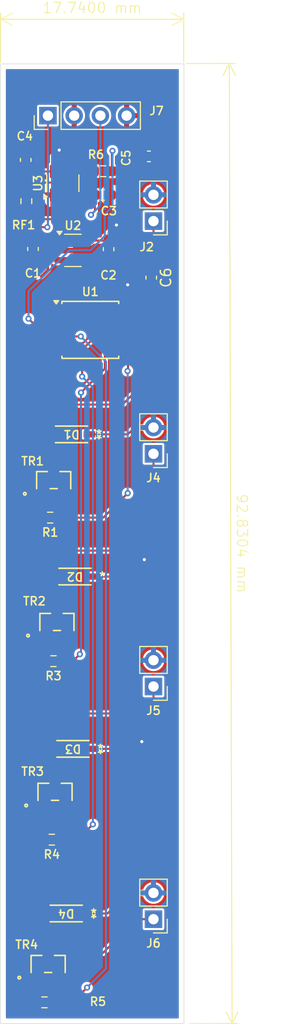
<source format=kicad_pcb>
(kicad_pcb (version 20240108) (generator "pcbnew") (generator_version "8.0")
  (layers (0 "F.Cu" signal) (31 "B.Cu" signal) (34 "B.Paste" user) (35 "F.Paste" user) (36 "B.SilkS" user "B.Silkscreen") (37 "F.SilkS" user "F.Silkscreen") (38 "B.Mask" user) (39 "F.Mask" user) (44 "Edge.Cuts" user))
  (net 0 "")
  (net 1 "GND")
  (net 2 "Vcc")
  (net 3 "BPW34")
  (net 4 "M1")
  (net 5 "Net-(U1-AREF{slash}PB0)")
  (net 6 "Net-(U1-PB1)")
  (net 7 "M2")
  (net 8 "M3")
  (net 9 "Net-(U1-PB2)")
  (net 10 "M4")
  (net 11 "Net-(U1-XTAL2{slash}PB4)")
  (net 12 "unconnected-(U1-~{RESET}{slash}PB5-Pad1)")
  (net 13 "Net-(D1-A)")
  (net 14 "Net-(D2-A)")
  (net 15 "Net-(D3-A)")
  (net 16 "Net-(D4-A)")
  (net 18 "VDD_3.3V")
  (net 19 "BPW34_OUT")
  (net 20 "Net-(R6-Pad1)")
  (footprint "Resistor_SMD:R_0603_1608Metric_Pad0.98x0.95mm_HandSolder" (layer "F.Cu") (at 108.4425 135.54 180)
    (property "Reference" "R5" (at -5.1775 0.07 180) (layer "F.SilkS") (effects (font (size 0.8 0.8))))
    (property "Value" "R")
    (fp_line (start -0.254724 0.5225) (end 0.254724 0.5225) (stroke (width 0.12)) (layer "F.SilkS"))
    (fp_line (start -0.254724 -0.5225) (end 0.254724 -0.5225) (stroke (width 0.12)) (layer "F.SilkS"))
    (pad "1" smd roundrect (at -0.9125 0 180) (size 0.975 0.95) (layers "F.Cu" "F.Paste" "F.Mask") (net 11 "Net-(U1-XTAL2{slash}PB4)"))
    (pad "2" smd roundrect (at 0.9125 0 180) (size 0.975 0.95) (layers "F.Cu" "F.Paste" "F.Mask") (net 10 "M4"))
  )
  (footprint "Resistor_SMD:R_0603_1608Metric_Pad0.98x0.95mm_HandSolder" (layer "F.Cu") (at 108.9975 88.67 180)
    (property "Reference" "R1" (at 0 -1.43 180) (layer "F.SilkS") (effects (font (size 0.8 0.8))))
    (property "Value" "R")
    (fp_line (start -0.254724 0.5225) (end 0.254724 0.5225) (stroke (width 0.12)) (layer "F.SilkS"))
    (fp_line (start -0.254724 -0.5225) (end 0.254724 -0.5225) (stroke (width 0.12)) (layer "F.SilkS"))
    (pad "1" smd roundrect (at -0.9125 0 180) (size 0.975 0.95) (layers "F.Cu" "F.Paste" "F.Mask") (net 5 "Net-(U1-AREF{slash}PB0)"))
    (pad "2" smd roundrect (at 0.9125 0 180) (size 0.975 0.95) (layers "F.Cu" "F.Paste" "F.Mask") (net 4 "M1"))
  )
  (footprint "1N4148SMD:SOD123_DIO" (layer "F.Cu") (at 111.395 94.37 180)
    (property "Reference" "D2" (at 0 0 180) (layer "F.SilkS") (effects (font (size 0.8 0.8))))
    (property "Value" "D")
    (fp_line (start 1.552 -0.802) (end -1.552 -0.802) (stroke (width 0.1524)) (layer "F.SilkS"))
    (fp_line (start -1.552 0.802) (end 1.552 0.802) (stroke (width 0.1524)) (layer "F.SilkS"))
    (fp_text user "*" (at -2.6616 0 180) (layer "F.SilkS") (effects (font (size 0.8 0.8))))
    (pad "1" smd rect (at -1.725 0 180) (size 1.1112 0.6008) (layers "F.Cu" "F.Paste" "F.Mask") (net 18 "VDD_3.3V"))
    (pad "2" smd rect (at 1.725 0 180) (size 1.1112 0.6008) (layers "F.Cu" "F.Paste" "F.Mask") (net 14 "Net-(D2-A)"))
  )
  (footprint "Package_SO:SOIC-8W_5.3x5.3mm_P1.27mm" (layer "F.Cu") (at 112.885 70.515)
    (property "Reference" "U1" (at 0 -3.68 0) (layer "F.SilkS") (effects (font (size 0.8 0.8))))
    (property "Value" "ATtiny85")
    (fp_line (start -2.75 -2.755) (end -2.75 -2.55) (stroke (width 0.15)) (layer "F.SilkS"))
    (fp_line (start -2.75 -2.755) (end 2.75 -2.755) (stroke (width 0.15)) (layer "F.SilkS"))
    (fp_line (start -2.75 2.755) (end -2.75 2.55) (stroke (width 0.15)) (layer "F.SilkS"))
    (fp_line (start -2.75 2.755) (end 2.75 2.755) (stroke (width 0.15)) (layer "F.SilkS"))
    (fp_line (start 2.75 -2.755) (end 2.75 -2.55) (stroke (width 0.15)) (layer "F.SilkS"))
    (fp_line (start 2.75 2.755) (end 2.75 2.55) (stroke (width 0.15)) (layer "F.SilkS"))
    (fp_poly (pts (xy -3.3 -2.5) (xy -3.54 -2.83) (xy -3.06 -2.83) (xy -3.3 -2.5)) (stroke (width 0.12)) (fill solid) (layer "F.SilkS"))
    (pad "1" smd rect (at -3.65 -1.905) (size 1.7 0.65) (layers "F.Cu" "F.Paste" "F.Mask") (net 12 "unconnected-(U1-~{RESET}{slash}PB5-Pad1)"))
    (pad "2" smd rect (at -3.65 -0.635) (size 1.7 0.65) (layers "F.Cu" "F.Paste" "F.Mask") (net 19 "BPW34_OUT"))
    (pad "3" smd rect (at -3.65 0.635) (size 1.7 0.65) (layers "F.Cu" "F.Paste" "F.Mask") (net 11 "Net-(U1-XTAL2{slash}PB4)"))
    (pad "4" smd rect (at -3.65 1.905) (size 1.7 0.65) (layers "F.Cu" "F.Paste" "F.Mask") (net 1 "GND"))
    (pad "5" smd rect (at 3.65 1.905) (size 1.7 0.65) (layers "F.Cu" "F.Paste" "F.Mask") (net 5 "Net-(U1-AREF{slash}PB0)"))
    (pad "6" smd rect (at 3.65 0.635) (size 1.7 0.65) (layers "F.Cu" "F.Paste" "F.Mask") (net 6 "Net-(U1-PB1)"))
    (pad "7" smd rect (at 3.65 -0.635) (size 1.7 0.65) (layers "F.Cu" "F.Paste" "F.Mask") (net 9 "Net-(U1-PB2)"))
    (pad "8" smd rect (at 3.65 -1.905) (size 1.7 0.65) (layers "F.Cu" "F.Paste" "F.Mask") (net 18 "VDD_3.3V"))
  )
  (footprint "Connector_PinHeader_2.54mm:PinHeader_1x02_P2.54mm_Vertical" (layer "F.Cu") (at 119 127.5 180)
    (property "Reference" "J6" (at 0 -2.33 180) (layer "F.SilkS") (effects (font (size 0.8 0.8))))
    (property "Value" "Conn_2")
    (fp_line (start 1.33 1.27) (end 1.33 3.87) (stroke (width 0.12)) (layer "F.SilkS"))
    (fp_line (start -1.33 3.87) (end 1.33 3.87) (stroke (width 0.12)) (layer "F.SilkS"))
    (fp_line (start -1.33 1.27) (end 1.33 1.27) (stroke (width 0.12)) (layer "F.SilkS"))
    (fp_line (start -1.33 1.27) (end -1.33 3.87) (stroke (width 0.12)) (layer "F.SilkS"))
    (fp_line (start -1.33 0) (end -1.33 -1.33) (stroke (width 0.12)) (layer "F.SilkS"))
    (fp_line (start -1.33 -1.33) (end 0 -1.33) (stroke (width 0.12)) (layer "F.SilkS"))
    (pad "1" thru_hole rect (at 0 0 180) (size 1.7 1.7) (drill 1) (layers "*.Cu" "*.Mask") (net 16 "Net-(D4-A)"))
    (pad "2" thru_hole oval (at 0 2.54 180) (size 1.7 1.7) (drill 1) (layers "*.Cu" "*.Mask") (net 18 "VDD_3.3V"))
  )
  (footprint "Capacitor_SMD:C_0603_1608Metric" (layer "F.Cu") (at 114.095 57.475 180)
    (property "Reference" "C3" (at -0.585 -1.545 180) (layer "F.SilkS") (effects (font (size 0.8 0.8))))
    (property "Value" "0.1uF")
    (fp_line (start -0.14058 0.51) (end 0.14058 0.51) (stroke (width 0.12)) (layer "F.SilkS"))
    (fp_line (start -0.14058 -0.51) (end 0.14058 -0.51) (stroke (width 0.12)) (layer "F.SilkS"))
    (pad "1" smd roundrect (at -0.775 0 180) (size 0.9 0.95) (layers "F.Cu" "F.Paste" "F.Mask") (net 1 "GND"))
    (pad "2" smd roundrect (at 0.775 0 180) (size 0.9 0.95) (layers "F.Cu" "F.Paste" "F.Mask") (net 3 "BPW34"))
  )
  (footprint "1N4148SMD:SOD123_DIO" (layer "F.Cu") (at 110.555 126.95 180)
    (property "Reference" "D4" (at 0 0 180) (layer "F.SilkS") (effects (font (size 0.8 0.8))))
    (property "Value" "D")
    (fp_line (start 1.552 -0.802) (end -1.552 -0.802) (stroke (width 0.1524)) (layer "F.SilkS"))
    (fp_line (start -1.552 0.802) (end 1.552 0.802) (stroke (width 0.1524)) (layer "F.SilkS"))
    (fp_text user "*" (at -2.6616 0 180) (layer "F.SilkS") (effects (font (size 0.8 0.8))))
    (fp_text user "*" (at -2.6616 0 180) (layer "F.SilkS") (effects (font (size 0.8 0.8))))
    (pad "1" smd rect (at -1.725 0 180) (size 1.1112 0.6008) (layers "F.Cu" "F.Paste" "F.Mask") (net 18 "VDD_3.3V"))
    (pad "2" smd rect (at 1.725 0 180) (size 1.1112 0.6008) (layers "F.Cu" "F.Paste" "F.Mask") (net 16 "Net-(D4-A)"))
  )
  (footprint "1N4148SMD:SOD123_DIO" (layer "F.Cu") (at 111.205 111.03 180)
    (property "Reference" "D3" (at 0 0 180) (layer "F.SilkS") (effects (font (size 0.8 0.8))))
    (property "Value" "D")
    (fp_line (start 1.552 -0.802) (end -1.552 -0.802) (stroke (width 0.1524)) (layer "F.SilkS"))
    (fp_line (start -1.552 0.802) (end 1.552 0.802) (stroke (width 0.1524)) (layer "F.SilkS"))
    (fp_text user "*" (at -2.6616 0 180) (layer "F.SilkS") (effects (font (size 0.8 0.8))))
    (fp_text user "*" (at -2.6616 0 180) (layer "F.SilkS") (effects (font (size 0.8 0.8))))
    (pad "1" smd rect (at -1.725 0 180) (size 1.1112 0.6008) (layers "F.Cu" "F.Paste" "F.Mask") (net 18 "VDD_3.3V"))
    (pad "2" smd rect (at 1.725 0 180) (size 1.1112 0.6008) (layers "F.Cu" "F.Paste" "F.Mask") (net 15 "Net-(D3-A)"))
  )
  (footprint "Connector_PinHeader_2.54mm:PinHeader_1x04_P2.54mm_Vertical" (layer "F.Cu") (at 108.78 49.8 90)
    (property "Reference" "J7" (at 0.46 10.52 0) (layer "F.SilkS") (effects (font (size 0.8 0.8))))
    (property "Value" "Conn_01x04_Pin")
    (fp_line (start -1.33 -1.33) (end 0 -1.33) (stroke (width 0.12)) (layer "F.SilkS"))
    (fp_line (start -1.33 0) (end -1.33 -1.33) (stroke (width 0.12)) (layer "F.SilkS"))
    (fp_line (start 1.33 1.27) (end 1.33 8.95) (stroke (width 0.12)) (layer "F.SilkS"))
    (fp_line (start -1.33 1.27) (end 1.33 1.27) (stroke (width 0.12)) (layer "F.SilkS"))
    (fp_line (start -1.33 1.27) (end -1.33 8.95) (stroke (width 0.12)) (layer "F.SilkS"))
    (fp_line (start -1.33 8.95) (end 1.33 8.95) (stroke (width 0.12)) (layer "F.SilkS"))
    (pad "1" thru_hole rect (at 0 0 90) (size 1.7 1.7) (drill 1) (layers "*.Cu" "*.Mask") (net 2 "Vcc"))
    (pad "2" thru_hole oval (at 0 2.54 90) (size 1.7 1.7) (drill 1) (layers "*.Cu" "*.Mask") (net 1 "GND"))
    (pad "3" thru_hole oval (at 0 5.08 90) (size 1.7 1.7) (drill 1) (layers "*.Cu" "*.Mask") (net 3 "BPW34"))
    (pad "4" thru_hole oval (at 0 7.62 90) (size 1.7 1.7) (drill 1) (layers "*.Cu" "*.Mask") (net 1 "GND"))
  )
  (footprint "Resistor_SMD:R_0603_1608Metric" (layer "F.Cu") (at 114.145 55.175)
    (property "Reference" "R6" (at -0.715 -1.605 0) (layer "F.SilkS") (effects (font (size 0.8 0.8))))
    (property "Value" "R")
    (fp_line (start -0.237258 -0.5225) (end 0.237258 -0.5225) (stroke (width 0.12)) (layer "F.SilkS"))
    (fp_line (start -0.237258 0.5225) (end 0.237258 0.5225) (stroke (width 0.12)) (layer "F.SilkS"))
    (pad "1" smd roundrect (at -0.825 0) (size 0.8 0.95) (layers "F.Cu" "F.Paste" "F.Mask") (net 20 "Net-(R6-Pad1)"))
    (pad "2" smd roundrect (at 0.825 0) (size 0.8 0.95) (layers "F.Cu" "F.Paste" "F.Mask") (net 19 "BPW34_OUT"))
  )
  (footprint "Connector_PinHeader_2.54mm:PinHeader_1x02_P2.54mm_Vertical" (layer "F.Cu") (at 119 105 180)
    (property "Reference" "J5" (at 0 -2.33 180) (layer "F.SilkS") (effects (font (size 0.8 0.8))))
    (property "Value" "Conn_2")
    (fp_line (start 1.33 1.27) (end 1.33 3.87) (stroke (width 0.12)) (layer "F.SilkS"))
    (fp_line (start -1.33 3.87) (end 1.33 3.87) (stroke (width 0.12)) (layer "F.SilkS"))
    (fp_line (start -1.33 1.27) (end 1.33 1.27) (stroke (width 0.12)) (layer "F.SilkS"))
    (fp_line (start -1.33 1.27) (end -1.33 3.87) (stroke (width 0.12)) (layer "F.SilkS"))
    (fp_line (start -1.33 0) (end -1.33 -1.33) (stroke (width 0.12)) (layer "F.SilkS"))
    (fp_line (start -1.33 -1.33) (end 0 -1.33) (stroke (width 0.12)) (layer "F.SilkS"))
    (pad "1" thru_hole rect (at 0 0 180) (size 1.7 1.7) (drill 1) (layers "*.Cu" "*.Mask") (net 15 "Net-(D3-A)"))
    (pad "2" thru_hole oval (at 0 2.54 180) (size 1.7 1.7) (drill 1) (layers "*.Cu" "*.Mask") (net 18 "VDD_3.3V"))
  )
  (footprint "MMBT2222A:MTR_MMBT2222A-TP_MCE" (layer "F.Cu") (at 108.8015 131.83)
    (property "Reference" "TR4" (at -2.0815 -1.87 0) (layer "F.SilkS") (effects (font (size 0.8 0.8))))
    (property "Value" "MMBT2222A-TP")
    (fp_line (start -1.651 -0.8255) (end -1.651 0.8255) (stroke (width 0.1524)) (layer "F.SilkS"))
    (fp_line (start -0.61214 -0.8255) (end -1.651 -0.8255) (stroke (width 0.1524)) (layer "F.SilkS"))
    (fp_line (start -0.34036 0.8255) (end 0.34036 0.8255) (stroke (width 0.1524)) (layer "F.SilkS"))
    (fp_line (start 1.651 -0.8255) (end 0.61214 -0.8255) (stroke (width 0.1524)) (layer "F.SilkS"))
    (fp_line (start 1.651 0.8255) (end 1.651 -0.8255) (stroke (width 0.1524)) (layer "F.SilkS"))
    (fp_circle (center -2.794 1.3208) (end -2.667 1.3208) (stroke (width 0.1524)) (fill none) (layer "F.SilkS"))
    (pad "1" smd rect (at -0.9525 1.0668) (size 0.5588 1.2192) (layers "F.Cu" "F.Paste" "F.Mask") (net 10 "M4"))
    (pad "2" smd rect (at 0.9525 1.0668) (size 0.5588 1.2192) (layers "F.Cu" "F.Paste" "F.Mask") (net 1 "GND"))
    (pad "3" smd rect (at 0 -1.0668) (size 0.5588 1.2192) (layers "F.Cu" "F.Paste" "F.Mask") (net 16 "Net-(D4-A)"))
  )
  (footprint "Capacitor_SMD:C_0603_1608Metric" (layer "F.Cu") (at 118.78 65.465 -90)
    (property "Reference" "C6" (at 0 -1.43 90) (layer "F.SilkS"))
    (property "Value" "1uF")
    (fp_line (start -0.14058 0.51) (end 0.14058 0.51) (stroke (width 0.12)) (layer "F.SilkS"))
    (fp_line (start -0.14058 -0.51) (end 0.14058 -0.51) (stroke (width 0.12)) (layer "F.SilkS"))
    (pad "1" smd roundrect (at -0.775 0 270) (size 0.9 0.95) (layers "F.Cu" "F.Paste" "F.Mask") (net 1 "GND"))
    (pad "2" smd roundrect (at 0.775 0 270) (size 0.9 0.95) (layers "F.Cu" "F.Paste" "F.Mask") (net 18 "VDD_3.3V"))
  )
  (footprint "Connector_PinHeader_2.54mm:PinHeader_1x02_P2.54mm_Vertical" (layer "F.Cu") (at 119 60 180)
    (property "Reference" "J2" (at 0.65 -2.5 180) (layer "F.SilkS") (effects (font (size 0.8 0.8))))
    (property "Value" "Conn_2")
    (fp_line (start 1.33 1.27) (end 1.33 3.87) (stroke (width 0.12)) (layer "F.SilkS"))
    (fp_line (start -1.33 3.87) (end 1.33 3.87) (stroke (width 0.12)) (layer "F.SilkS"))
    (fp_line (start -1.33 1.27) (end 1.33 1.27) (stroke (width 0.12)) (layer "F.SilkS"))
    (fp_line (start -1.33 1.27) (end -1.33 3.87) (stroke (width 0.12)) (layer "F.SilkS"))
    (fp_line (start -1.33 0) (end -1.33 -1.33) (stroke (width 0.12)) (layer "F.SilkS"))
    (fp_line (start -1.33 -1.33) (end 0 -1.33) (stroke (width 0.12)) (layer "F.SilkS"))
    (pad "1" thru_hole rect (at 0 0 180) (size 1.7 1.7) (drill 1) (layers "*.Cu" "*.Mask") (net 13 "Net-(D1-A)"))
    (pad "2" thru_hole oval (at 0 2.54 180) (size 1.7 1.7) (drill 1) (layers "*.Cu" "*.Mask") (net 18 "VDD_3.3V"))
  )
  (footprint "Resistor_SMD:R_0603_1608Metric_Pad0.98x0.95mm_HandSolder" (layer "F.Cu") (at 109.3175 102.55 180)
    (property "Reference" "R3" (at 0 -1.43 180) (layer "F.SilkS") (effects (font (size 0.8 0.8))))
    (property "Value" "R")
    (fp_line (start -0.254724 0.5225) (end 0.254724 0.5225) (stroke (width 0.12)) (layer "F.SilkS"))
    (fp_line (start -0.254724 -0.5225) (end 0.254724 -0.5225) (stroke (width 0.12)) (layer "F.SilkS"))
    (pad "1" smd roundrect (at -0.9125 0 180) (size 0.975 0.95) (layers "F.Cu" "F.Paste" "F.Mask") (net 6 "Net-(U1-PB1)"))
    (pad "2" smd roundrect (at 0.9125 0 180) (size 0.975 0.95) (layers "F.Cu" "F.Paste" "F.Mask") (net 7 "M2"))
  )
  (footprint "Capacitor_SMD:C_0603_1608Metric" (layer "F.Cu") (at 118.555 53.74 180)
    (property "Reference" "C5" (at 2.205 -0.15 -90) (layer "F.SilkS") (effects (font (size 0.8 0.8))))
    (property "Value" "1uF")
    (fp_line (start -0.14058 0.51) (end 0.14058 0.51) (stroke (width 0.12)) (layer "F.SilkS"))
    (fp_line (start -0.14058 -0.51) (end 0.14058 -0.51) (stroke (width 0.12)) (layer "F.SilkS"))
    (pad "1" smd roundrect (at -0.775 0 180) (size 0.9 0.95) (layers "F.Cu" "F.Paste" "F.Mask") (net 1 "GND"))
    (pad "2" smd roundrect (at 0.775 0 180) (size 0.9 0.95) (layers "F.Cu" "F.Paste" "F.Mask") (net 19 "BPW34_OUT"))
  )
  (footprint "Capacitor_SMD:C_0603_1608Metric" (layer "F.Cu") (at 106.63 54.085 90)
    (property "Reference" "C4" (at 2.295 -0.09 0) (layer "F.SilkS") (effects (font (size 0.8 0.8))))
    (property "Value" "1uF")
    (fp_line (start -0.14058 -0.51) (end 0.14058 -0.51) (stroke (width 0.12)) (layer "F.SilkS"))
    (fp_line (start -0.14058 0.51) (end 0.14058 0.51) (stroke (width 0.12)) (layer "F.SilkS"))
    (pad "1" smd roundrect (at -0.775 0 90) (size 0.9 0.95) (layers "F.Cu" "F.Paste" "F.Mask") (net 18 "VDD_3.3V"))
    (pad "2" smd roundrect (at 0.775 0 90) (size 0.9 0.95) (layers "F.Cu" "F.Paste" "F.Mask") (net 1 "GND"))
  )
  (footprint "Package_TO_SOT_SMD:SOT-23-5" (layer "F.Cu") (at 111.2025 62.83)
    (property "Reference" "U2" (at 0 -2.4 0) (layer "F.SilkS") (effects (font (size 0.8 0.8))))
    (property "Value" "MIC5504")
    (fp_line (start 0 -1.56) (end -0.8 -1.56) (stroke (width 0.12)) (layer "F.SilkS"))
    (fp_line (start 0 -1.56) (end 0.8 -1.56) (stroke (width 0.12)) (layer "F.SilkS"))
    (fp_line (start 0 1.56) (end -0.8 1.56) (stroke (width 0.12)) (layer "F.SilkS"))
    (fp_line (start 0 1.56) (end 0.8 1.56) (stroke (width 0.12)) (layer "F.SilkS"))
    (fp_poly (pts (xy -1.3 -1.51) (xy -1.54 -1.84) (xy -1.06 -1.84) (xy -1.3 -1.51)) (stroke (width 0.12)) (fill solid) (layer "F.SilkS"))
    (pad "1" smd roundrect (at -1.1375 -0.95) (size 1.325 0.6) (layers "F.Cu" "F.Paste" "F.Mask") (net 2 "Vcc"))
    (pad "2" smd roundrect (at -1.1375 0) (size 1.325 0.6) (layers "F.Cu" "F.Paste" "F.Mask") (net 1 "GND"))
    (pad "3" smd roundrect (at -1.1375 0.95) (size 1.325 0.6) (layers "F.Cu" "F.Paste" "F.Mask") (net 2 "Vcc"))
    (pad "4" smd roundrect (at 1.1375 0.95) (size 1.325 0.6) (layers "F.Cu" "F.Paste" "F.Mask"))
    (pad "5" smd roundrect (at 1.1375 -0.95) (size 1.325 0.6) (layers "F.Cu" "F.Paste" "F.Mask") (net 18 "VDD_3.3V"))
  )
  (footprint "Capacitor_SMD:C_0603_1608Metric_Pad1.08x0.95mm_HandSolder" (layer "F.Cu") (at 107.335 62.695 90)
    (property "Reference" "C1" (at -2.345 -0.005 180) (layer "F.SilkS") (effects (font (size 0.8 0.8))))
    (property "Value" "C")
    (fp_line (start -0.146267 -0.51) (end 0.146267 -0.51) (stroke (width 0.12)) (layer "F.SilkS"))
    (fp_line (start -0.146267 0.51) (end 0.146267 0.51) (stroke (width 0.12)) (layer "F.SilkS"))
    (pad "1" smd roundrect (at -0.8625 0 90) (size 1.075 0.95) (layers "F.Cu" "F.Paste" "F.Mask") (net 1 "GND"))
    (pad "2" smd roundrect (at 0.8625 0 90) (size 1.075 0.95) (layers "F.Cu" "F.Paste" "F.Mask") (net 2 "Vcc"))
  )
  (footprint "MMBT2222A:MTR_MMBT2222A-TP_MCE" (layer "F.Cu") (at 109.3375 85.0432)
    (property "Reference" "TR1" (at -2.0375 -1.8332 0) (layer "F.SilkS") (effects (font (size 0.8 0.8))))
    (property "Value" "MMBT2222A-TP")
    (fp_line (start -1.651 -0.8255) (end -1.651 0.8255) (stroke (width 0.1524)) (layer "F.SilkS"))
    (fp_line (start -0.61214 -0.8255) (end -1.651 -0.8255) (stroke (width 0.1524)) (layer "F.SilkS"))
    (fp_line (start -0.34036 0.8255) (end 0.34036 0.8255) (stroke (width 0.1524)) (layer "F.SilkS"))
    (fp_line (start 1.651 -0.8255) (end 0.61214 -0.8255) (stroke (width 0.1524)) (layer "F.SilkS"))
    (fp_line (start 1.651 0.8255) (end 1.651 -0.8255) (stroke (width 0.1524)) (layer "F.SilkS"))
    (fp_circle (center -2.794 1.3208) (end -2.667 1.3208) (stroke (width 0.1524)) (fill none) (layer "F.SilkS"))
    (pad "1" smd rect (at -0.9525 1.0668) (size 0.5588 1.2192) (layers "F.Cu" "F.Paste" "F.Mask") (net 4 "M1"))
    (pad "2" smd rect (at 0.9525 1.0668) (size 0.5588 1.2192) (layers "F.Cu" "F.Paste" "F.Mask") (net 1 "GND"))
    (pad "3" smd rect (at 0 -1.0668) (size 0.5588 1.2192) (layers "F.Cu" "F.Paste" "F.Mask") (net 13 "Net-(D1-A)"))
  )
  (footprint "Package_TO_SOT_SMD:SOT-23-5" (layer "F.Cu") (at 110.22 56.3375 90)
    (property "Reference" "U3" (at 0 -2.4 -90) (layer "F.SilkS") (effects (font (size 0.8 0.8))))
    (property "Value" "LM321")
    (fp_line (start 0 -1.56) (end 0.8 -1.56) (stroke (width 0.12)) (layer "F.SilkS"))
    (fp_line (start 0 -1.56) (end -0.8 -1.56) (stroke (width 0.12)) (layer "F.SilkS"))
    (fp_line (start 0 1.56) (end 0.8 1.56) (stroke (width 0.12)) (layer "F.SilkS"))
    (fp_line (start 0 1.56) (end -0.8 1.56) (stroke (width 0.12)) (layer "F.SilkS"))
    (fp_poly (pts (xy -1.3 -1.51) (xy -1.54 -1.84) (xy -1.06 -1.84) (xy -1.3 -1.51)) (stroke (width 0.12)) (fill solid) (layer "F.SilkS"))
    (pad "1" smd roundrect (at -1.1375 -0.95 90) (size 1.325 0.6) (layers "F.Cu" "F.Paste" "F.Mask") (net 1 "GND"))
    (pad "2" smd roundrect (at -1.1375 0 90) (size 1.325 0.6) (layers "F.Cu" "F.Paste" "F.Mask") (net 1 "GND"))
    (pad "3" smd roundrect (at -1.1375 0.95 90) (size 1.325 0.6) (layers "F.Cu" "F.Paste" "F.Mask") (net 3 "BPW34"))
    (pad "4" smd roundrect (at 1.1375 0.95 90) (size 1.325 0.6) (layers "F.Cu" "F.Paste" "F.Mask") (net 20 "Net-(R6-Pad1)"))
    (pad "5" smd roundrect (at 1.1375 -0.95 90) (size 1.325 0.6) (layers "F.Cu" "F.Paste" "F.Mask") (net 18 "VDD_3.3V"))
  )
  (footprint "MMBT2222A:MTR_MMBT2222A-TP_MCE" (layer "F.Cu") (at 109.4675 115.1832)
    (property "Reference" "TR3" (at -2.1675 -1.9632 0) (layer "F.SilkS") (effects (font (size 0.8 0.8))))
    (property "Value" "MMBT2222A-TP")
    (fp_line (start -1.651 -0.8255) (end -1.651 0.8255) (stroke (width 0.1524)) (layer "F.SilkS"))
    (fp_line (start -0.61214 -0.8255) (end -1.651 -0.8255) (stroke (width 0.1524)) (layer "F.SilkS"))
    (fp_line (start -0.34036 0.8255) (end 0.34036 0.8255) (stroke (width 0.1524)) (layer "F.SilkS"))
    (fp_line (start 1.651 -0.8255) (end 0.61214 -0.8255) (stroke (width 0.1524)) (layer "F.SilkS"))
    (fp_line (start 1.651 0.8255) (end 1.651 -0.8255) (stroke (width 0.1524)) (layer "F.SilkS"))
    (fp_circle (center -2.794 1.3208) (end -2.667 1.3208) (stroke (width 0.1524)) (fill none) (layer "F.SilkS"))
    (pad "1" smd rect (at -0.9525 1.0668) (size 0.5588 1.2192) (layers "F.Cu" "F.Paste" "F.Mask") (net 8 "M3"))
    (pad "2" smd rect (at 0.9525 1.0668) (size 0.5588 1.2192) (layers "F.Cu" "F.Paste" "F.Mask") (net 1 "GND"))
    (pad "3" smd rect (at 0 -1.0668) (size 0.5588 1.2192) (layers "F.Cu" "F.Paste" "F.Mask") (net 15 "Net-(D3-A)"))
  )
  (footprint "Resistor_SMD:R_0603_1608Metric_Pad0.98x0.95mm_HandSolder" (layer "F.Cu") (at 109.1575 119.81 180)
    (property "Reference" "R4" (at 0 -1.43 180) (layer "F.SilkS") (effects (font (size 0.8 0.8))))
    (property "Value" "R")
    (fp_line (start -0.254724 0.5225) (end 0.254724 0.5225) (stroke (width 0.12)) (layer "F.SilkS"))
    (fp_line (start -0.254724 -0.5225) (end 0.254724 -0.5225) (stroke (width 0.12)) (layer "F.SilkS"))
    (pad "1" smd roundrect (at -0.9125 0 180) (size 0.975 0.95) (layers "F.Cu" "F.Paste" "F.Mask") (net 9 "Net-(U1-PB2)"))
    (pad "2" smd roundrect (at 0.9125 0 180) (size 0.975 0.95) (layers "F.Cu" "F.Paste" "F.Mask") (net 8 "M3"))
  )
  (footprint "Capacitor_SMD:C_0603_1608Metric_Pad1.08x0.95mm_HandSolder" (layer "F.Cu") (at 114.655 62.715 -90)
    (property "Reference" "C2" (at 2.515 0.015 0) (layer "F.SilkS") (effects (font (size 0.8 0.8))))
    (property "Value" "C")
    (fp_line (start -0.146267 0.51) (end 0.146267 0.51) (stroke (width 0.12)) (layer "F.SilkS"))
    (fp_line (start -0.146267 -0.51) (end 0.146267 -0.51) (stroke (width 0.12)) (layer "F.SilkS"))
    (pad "1" smd roundrect (at -0.8625 0 270) (size 1.075 0.95) (layers "F.Cu" "F.Paste" "F.Mask") (net 18 "VDD_3.3V"))
    (pad "2" smd roundrect (at 0.8625 0 270) (size 1.075 0.95) (layers "F.Cu" "F.Paste" "F.Mask") (net 1 "GND"))
  )
  (footprint "Connector_PinHeader_2.54mm:PinHeader_1x02_P2.54mm_Vertical" (layer "F.Cu") (at 119 82.5 180)
    (property "Reference" "J4" (at 0 -2.33 180) (layer "F.SilkS") (effects (font (size 0.8 0.8))))
    (property "Value" "Conn_2")
    (fp_line (start 1.33 1.27) (end 1.33 3.87) (stroke (width 0.12)) (layer "F.SilkS"))
    (fp_line (start -1.33 3.87) (end 1.33 3.87) (stroke (width 0.12)) (layer "F.SilkS"))
    (fp_line (start -1.33 1.27) (end 1.33 1.27) (stroke (width 0.12)) (layer "F.SilkS"))
    (fp_line (start -1.33 1.27) (end -1.33 3.87) (stroke (width 0.12)) (layer "F.SilkS"))
    (fp_line (start -1.33 0) (end -1.33 -1.33) (stroke (width 0.12)) (layer "F.SilkS"))
    (fp_line (start -1.33 -1.33) (end 0 -1.33) (stroke (width 0.12)) (layer "F.SilkS"))
    (pad "1" thru_hole rect (at 0 0 180) (size 1.7 1.7) (drill 1) (layers "*.Cu" "*.Mask") (net 14 "Net-(D2-A)"))
    (pad "2" thru_hole oval (at 0 2.54 180) (size 1.7 1.7) (drill 1) (layers "*.Cu" "*.Mask") (net 18 "VDD_3.3V"))
  )
  (footprint "1N4148SMD:SOD123_DIO" (layer "F.Cu") (at 111.065 80.62 180)
    (property "Reference" "D1" (at 0 0 180) (layer "F.SilkS") (effects (font (size 0.8 0.8))))
    (property "Value" "D")
    (fp_line (start 1.552 -0.802) (end -1.552 -0.802) (stroke (width 0.1524)) (layer "F.SilkS"))
    (fp_line (start -1.552 0.802) (end 1.552 0.802) (stroke (width 0.1524)) (layer "F.SilkS"))
    (fp_text user "*" (at -2.6616 0 180) (layer "F.SilkS") (effects (font (size 0.8 0.8))))
    (fp_text user "*" (at -2.6616 0 180) (layer "F.SilkS") (effects (font (size 0.8 0.8))))
    (pad "1" smd rect (at -1.725 0 180) (size 1.1112 0.6008) (layers "F.Cu" "F.Paste" "F.Mask") (net 18 "VDD_3.3V"))
    (pad "2" smd rect (at 1.725 0 180) (size 1.1112 0.6008) (layers "F.Cu" "F.Paste" "F.Mask") (net 13 "Net-(D1-A)"))
  )
  (footprint "MMBT2222A:MTR_MMBT2222A-TP_MCE" (layer "F.Cu") (at 109.6515 98.76)
    (property "Reference" "TR2" (at -2.1815 -2.01 0) (layer "F.SilkS") (effects (font (size 0.8 0.8))))
    (property "Value" "MMBT2222A-TP")
    (fp_line (start -1.651 -0.8255) (end -1.651 0.8255) (stroke (width 0.1524)) (layer "F.SilkS"))
    (fp_line (start -0.61214 -0.8255) (end -1.651 -0.8255) (stroke (width 0.1524)) (layer "F.SilkS"))
    (fp_line (start -0.34036 0.8255) (end 0.34036 0.8255) (stroke (width 0.1524)) (layer "F.SilkS"))
    (fp_line (start 1.651 -0.8255) (end 0.61214 -0.8255) (stroke (width 0.1524)) (layer "F.SilkS"))
    (fp_line (start 1.651 0.8255) (end 1.651 -0.8255) (stroke (width 0.1524)) (layer "F.SilkS"))
    (fp_circle (center -2.794 1.3208) (end -2.667 1.3208) (stroke (width 0.1524)) (fill none) (layer "F.SilkS"))
    (pad "1" smd rect (at -0.9525 1.0668) (size 0.5588 1.2192) (layers "F.Cu" "F.Paste" "F.Mask") (net 7 "M2"))
    (pad "2" smd rect (at 0.9525 1.0668) (size 0.5588 1.2192) (layers "F.Cu" "F.Paste" "F.Mask") (net 1 "GND"))
    (pad "3" smd rect (at 0 -1.0668) (size 0.5588 1.2192) (layers "F.Cu" "F.Paste" "F.Mask") (net 14 "Net-(D2-A)"))
  )
  (footprint "Resistor_SMD:R_0603_1608Metric" (layer "F.Cu") (at 106.69 58.075 90)
    (property "Reference" "RF1" (at -2.305 -0.27 180) (layer "F.SilkS") (effects (font (size 0.8 0.8))))
    (property "Value" "R")
    (fp_line (start -0.237258 -0.5225) (end 0.237258 -0.5225) (stroke (width 0.12)) (layer "F.SilkS"))
    (fp_line (start -0.237258 0.5225) (end 0.237258 0.5225) (stroke (width 0.12)) (layer "F.SilkS"))
    (pad "1" smd roundrect (at -0.825 0 90) (size 0.8 0.95) (layers "F.Cu" "F.Paste" "F.Mask") (net 3 "BPW34"))
    (pad "2" smd roundrect (at 0.825 0 90) (size 0.8 0.95) (layers "F.Cu" "F.Paste" "F.Mask") (net 20 "Net-(R6-Pad1)"))
  )
  (gr_rect (start 104.21 44.8) (end 121.95 137.6) (stroke (width 0.05)) (fill none) (layer "Edge.Cuts"))
  (dimension (type aligned) (layer "F.SilkS") (pts (xy 104.19 45.15) (xy 121.93 45.15)) (height -4.67) (gr_text "17.7400 mm" (at 113.06 39.38 0) (layer "F.SilkS") (effects (font (size 1 1) (thickness 0.1)))) (format (prefix "") (suffix "") (units 3) (units_format 1) (precision 4)) (style (thickness 0.1) (arrow_length 1.27) (text_position_mode 0) (extension_height 0.58642) (extension_offset 0.5) keep_text_aligned))
  (dimension (type aligned) (layer "F.SilkS") (pts (xy 121.68 44.77) (xy 121.95 137.6)) (height -4.660687) (gr_text "92.8304 mm" (at 127.575662 91.168245 270.1666467) (layer "F.SilkS") (effects (font (size 1 1) (thickness 0.1)))) (format (prefix "") (suffix "") (units 3) (units_format 1) (precision 4)) (style (thickness 0.1) (arrow_length 1.27) (text_position_mode 0) (extension_height 0.58642) (extension_offset 0.5) keep_text_aligned))
  (segment (start 106.465 65.35) (end 105.665 64.55) (width 0.2) (layer "F.Cu") (net 2))
  (segment (start 105.665 62.56) (end 106.305 61.92) (width 0.2) (layer "F.Cu") (net 2))
  (segment (start 106.305 61.92) (end 110.025 61.92) (width 0.2) (layer "F.Cu") (net 2))
  (segment (start 105.665 64.55) (end 105.665 62.56) (width 0.2) (layer "F.Cu") (net 2))
  (segment (start 110.025 61.92) (end 110.065 61.88) (width 0.2) (layer "F.Cu") (net 2))
  (segment (start 108.785 64.1) (end 108.785 64.67) (width 0.2) (layer "F.Cu") (net 2))
  (segment (start 108.105 65.35) (end 106.465 65.35) (width 0.2) (layer "F.Cu") (net 2))
  (segment (start 107.96 60.59) (end 107.335 61.215) (width 0.2) (layer "F.Cu") (net 2))
  (segment (start 107.335 61.215) (end 107.335 61.8325) (width 0.2) (layer "F.Cu") (net 2))
  (segment (start 108.785 64.67) (end 108.105 65.35) (width 0.2) (layer "F.Cu") (net 2))
  (segment (start 110.065 63.78) (end 109.105 63.78) (width 0.2) (layer "F.Cu") (net 2))
  (segment (start 109.105 63.78) (end 108.785 64.1) (width 0.2) (layer "F.Cu") (net 2))
  (segment (start 108.72 60.59) (end 107.96 60.59) (width 0.2) (layer "F.Cu") (net 2))
  (via (at 108.72 60.59) (size 0.6) (drill 0.3) (layers "F.Cu" "B.Cu") (net 2))
  (segment (start 108.78 60.53) (end 108.78 49.8) (width 0.2) (layer "B.Cu") (net 2))
  (segment (start 108.72 60.59) (end 108.78 60.53) (width 0.2) (layer "B.Cu") (net 2))
  (segment (start 110.59 59.82) (end 111.17 59.24) (width 0.2) (layer "F.Cu") (net 3))
  (segment (start 111.17 59.24) (end 111.17 57.475) (width 0.2) (layer "F.Cu") (net 3))
  (segment (start 106.69 59.47) (end 107.04 59.82) (width 0.2) (layer "F.Cu") (net 3))
  (segment (start 113.32 57.475) (end 111.17 57.475) (width 0.2) (layer "F.Cu") (net 3))
  (segment (start 113.32 59.02) (end 112.95 59.39) (width 0.2) (layer "F.Cu") (net 3))
  (segment (start 107.04 59.82) (end 110.59 59.82) (width 0.2) (layer "F.Cu") (net 3))
  (segment (start 113.32 57.475) (end 113.32 59.02) (width 0.2) (layer "F.Cu") (net 3))
  (segment (start 106.69 58.9) (end 106.69 59.47) (width 0.2) (layer "F.Cu") (net 3))
  (via (at 112.95 59.39) (size 0.6) (drill 0.3) (layers "F.Cu" "B.Cu") (net 3))
  (segment (start 112.95 59.39) (end 113.86 58.48) (width 0.2) (layer "B.Cu") (net 3))
  (segment (start 113.86 58.48) (end 113.86 49.8) (width 0.2) (layer "B.Cu") (net 3))
  (segment (start 108.4 88.67) (end 108.44 88.63) (width 0.2) (layer "F.Cu") (net 4))
  (segment (start 108.44 86.165) (end 108.385 86.11) (width 0.2) (layer "F.Cu") (net 4))
  (segment (start 108.385 87.605) (end 108.385 86.11) (width 0.2) (layer "F.Cu") (net 4))
  (segment (start 108.085 88.67) (end 108.085 87.905) (width 0.2) (layer "F.Cu") (net 4))
  (segment (start 108.085 87.905) (end 108.385 87.605) (width 0.2) (layer "F.Cu") (net 4))
  (segment (start 109.595 88.67) (end 114.14 88.67) (width 0.2) (layer "F.Cu") (net 5))
  (segment (start 116.49 74.49) (end 116.535 74.445) (width 0.2) (layer "F.Cu") (net 5))
  (segment (start 114.14 88.67) (end 116.5 86.31) (width 0.2) (layer "F.Cu") (net 5))
  (segment (start 116.535 74.445) (end 116.535 72.42) (width 0.2) (layer "F.Cu") (net 5))
  (via (at 116.49 74.49) (size 0.6) (drill 0.3) (layers "F.Cu" "B.Cu") (net 5))
  (via (at 116.5 86.31) (size 0.6) (drill 0.3) (layers "F.Cu" "B.Cu") (net 5))
  (segment (start 116.5 86.31) (end 116.5 74.5) (width 0.2) (layer "B.Cu") (net 5))
  (segment (start 116.5 74.5) (end 116.49 74.49) (width 0.2) (layer "B.Cu") (net 5))
  (segment (start 115.13 71.15) (end 116.535 71.15) (width 0.2) (layer "F.Cu") (net 6))
  (segment (start 114.29 74.27) (end 114.29 71.99) (width 0.2) (layer "F.Cu") (net 6))
  (segment (start 111.98 76.58) (end 114.29 74.27) (width 0.2) (layer "F.Cu") (net 6))
  (segment (start 114.29 71.99) (end 115.13 71.15) (width 0.2) (layer "F.Cu") (net 6))
  (segment (start 111.2 102.55) (end 111.87 101.88) (width 0.2) (layer "F.Cu") (net 6))
  (segment (start 109.915 102.55) (end 111.2 102.55) (width 0.2) (layer "F.Cu") (net 6))
  (via (at 111.98 76.58) (size 0.6) (drill 0.3) (layers "F.Cu" "B.Cu") (net 6))
  (via (at 111.87 101.88) (size 0.6) (drill 0.3) (layers "F.Cu" "B.Cu") (net 6))
  (segment (start 111.98 76.58) (end 111.98 101.77) (width 0.2) (layer "B.Cu") (net 6))
  (segment (start 111.98 101.77) (end 111.87 101.88) (width 0.2) (layer "B.Cu") (net 6))
  (segment (start 108.72 102.55) (end 108.72 99.8478) (width 0.2) (layer "F.Cu") (net 7))
  (segment (start 108.72 99.8478) (end 108.699 99.8268) (width 0.2) (layer "F.Cu") (net 7))
  (segment (start 108.56 116.295) (end 108.515 116.25) (width 0.2) (layer "F.Cu") (net 8))
  (segment (start 108.56 119.81) (end 108.56 116.295) (width 0.2) (layer "F.Cu") (net 8))
  (segment (start 111.65 119.81) (end 113.13 118.33) (width 0.2) (layer "F.Cu") (net 9))
  (segment (start 112.09 72.44) (end 114.65 69.88) (width 0.2) (layer "F.Cu") (net 9))
  (segment (start 109.755 119.81) (end 111.65 119.81) (width 0.2) (layer "F.Cu") (net 9))
  (segment (start 112.09 75.03) (end 112.09 72.44) (width 0.2) (layer "F.Cu") (net 9))
  (segment (start 114.65 69.88) (end 116.535 69.88) (width 0.2) (layer "F.Cu") (net 9))
  (via (at 112.09 75.03) (size 0.6) (drill 0.3) (layers "F.Cu" "B.Cu") (net 9))
  (via (at 113.13 118.33) (size 0.6) (drill 0.3) (layers "F.Cu" "B.Cu") (net 9))
  (segment (start 113.13 76.07) (end 113.13 118.33) (width 0.2) (layer "B.Cu") (net 9))
  (segment (start 112.09 75.03) (end 113.13 76.07) (width 0.2) (layer "B.Cu") (net 9))
  (segment (start 107.845 132.9008) (end 107.849 132.8968) (width 0.2) (layer "F.Cu") (net 10))
  (segment (start 107.845 135.54) (end 107.845 132.9008) (width 0.2) (layer "F.Cu") (net 10))
  (segment (start 109.04 135.54) (end 111.14 135.54) (width 0.2) (layer "F.Cu") (net 11))
  (segment (start 111.14 135.54) (end 112.57 134.11) (width 0.2) (layer "F.Cu") (net 11))
  (segment (start 111.96 71.15) (end 109.235 71.15) (width 0.2) (layer "F.Cu") (net 11))
  (via (at 111.96 71.15) (size 0.6) (drill 0.3) (layers "F.Cu" "B.Cu") (net 11))
  (via (at 112.57 134.11) (size 0.6) (drill 0.3) (layers "F.Cu" "B.Cu") (net 11))
  (segment (start 114.4 73.59) (end 114.4 132.28) (width 0.2) (layer "B.Cu") (net 11))
  (segment (start 114.4 132.28) (end 112.57 134.11) (width 0.2) (layer "B.Cu") (net 11))
  (segment (start 111.96 71.15) (end 114.4 73.59) (width 0.2) (layer "B.Cu") (net 11))
  (segment (start 109.315 68.69) (end 109.235 68.61) (width 0.2) (layer "F.Cu") (net 12))
  (segment (start 109.3375 80.6225) (end 109.34 80.62) (width 0.2) (layer "F.Cu") (net 13))
  (segment (start 109.34 80.62) (end 109.34 79.3) (width 0.2) (layer "F.Cu") (net 13))
  (segment (start 109.3375 83.9764) (end 109.3375 80.6225) (width 0.2) (layer "F.Cu") (net 13))
  (segment (start 119 61.18) (end 119 60) (width 0.2) (layer "F.Cu") (net 13))
  (segment (start 109.34 79.3) (end 110.9 77.74) (width 0.2) (layer "F.Cu") (net 13))
  (segment (start 120.51 73.23) (end 120.51 62.69) (width 0.2) (layer "F.Cu") (net 13))
  (segment (start 110.9 77.74) (end 116 77.74) (width 0.2) (layer "F.Cu") (net 13))
  (segment (start 120.51 62.69) (end 119 61.18) (width 0.2) (layer "F.Cu") (net 13))
  (segment (start 116 77.74) (end 120.51 73.23) (width 0.2) (layer "F.Cu") (net 13))
  (segment (start 110.9 91.86) (end 115.85 91.86) (width 0.2) (layer "F.Cu") (net 14))
  (segment (start 109.67 94.37) (end 109.67 93.09) (width 0.2) (layer "F.Cu") (net 14))
  (segment (start 109.6515 97.6932) (end 109.6515 94.3885) (width 0.2) (layer "F.Cu") (net 14))
  (segment (start 119 88.71) (end 119 82.5) (width 0.2) (layer "F.Cu") (net 14))
  (segment (start 115.85 91.86) (end 119 88.71) (width 0.2) (layer "F.Cu") (net 14))
  (segment (start 109.6515 94.3885) (end 109.67 94.37) (width 0.2) (layer "F.Cu") (net 14))
  (segment (start 109.67 93.09) (end 110.9 91.86) (width 0.2) (layer "F.Cu") (net 14))
  (segment (start 109.48 114.1039) (end 109.4675 114.1164) (width 0.2) (layer "F.Cu") (net 15))
  (segment (start 111.29 107.61) (end 117.81 107.61) (width 0.2) (layer "F.Cu") (net 15))
  (segment (start 119 106.42) (end 119 105) (width 0.2) (layer "F.Cu") (net 15))
  (segment (start 109.48 111.03) (end 109.48 114.1039) (width 0.2) (layer "F.Cu") (net 15))
  (segment (start 117.81 107.61) (end 119 106.42) (width 0.2) (layer "F.Cu") (net 15))
  (segment (start 109.48 111.03) (end 109.48 109.42) (width 0.2) (layer "F.Cu") (net 15))
  (segment (start 109.48 109.42) (end 111.29 107.61) (width 0.2) (layer "F.Cu") (net 15))
  (segment (start 108.8015 130.7632) (end 108.8015 126.9785) (width 0.2) (layer "F.Cu") (net 16))
  (segment (start 114.1068 130.7632) (end 108.8015 130.7632) (width 0.2) (layer "F.Cu") (net 16))
  (segment (start 119 127.5) (end 117.37 127.5) (width 0.2) (layer "F.Cu") (net 16))
  (segment (start 108.8015 126.9785) (end 108.83 126.95) (width 0.2) (layer "F.Cu") (net 16))
  (segment (start 117.37 127.5) (end 114.1068 130.7632) (width 0.2) (layer "F.Cu") (net 16))
  (segment (start 116.47 94.37) (end 118.11 92.73) (width 0.2) (layer "F.Cu") (net 18))
  (segment (start 109.27 55.2) (end 108.32 55.2) (width 0.2) (layer "F.Cu") (net 18))
  (segment (start 112.79 80.62) (end 116.51 80.62) (width 0.2) (layer "F.Cu") (net 18))
  (segment (start 107.98 54.86) (end 106.63 54.86) (width 0.2) (layer "F.Cu") (net 18))
  (segment (start 114.655 61.14) (end 114.655 61.94) (width 0.2) (layer "F.Cu") (net 18))
  (segment (start 114.54 126.95) (end 116.53 124.96) (width 0.2) (layer "F.Cu") (net 18))
  (segment (start 115.415 60.38) (end 114.655 61.14) (width 0.2) (layer "F.Cu") (net 18))
  (segment (start 118.78 68) (end 118.78 66.24) (width 0.2) (layer "F.Cu") (net 18))
  (segment (start 118.17 68.61) (end 118.78 68) (width 0.2) (layer "F.Cu") (net 18))
  (segment (start 116.53 124.96) (end 119 124.96) (width 0.2) (layer "F.Cu") (net 18))
  (segment (start 112.28 126.95) (end 114.54 126.95) (width 0.2) (layer "F.Cu") (net 18))
  (segment (start 112.93 111.03) (end 117.17 111.03) (width 0.2) (layer "F.Cu") (net 18))
  (segment (start 118.78 66.24) (end 116.58 66.24) (width 0.2) (layer "F.Cu") (net 18))
  (segment (start 116.58 66.24) (end 116.5 66.16) (width 0.2) (layer "F.Cu") (net 18))
  (segment (start 116.535 68.61) (end 118.17 68.61) (width 0.2) (layer "F.Cu") (net 18))
  (segment (start 109.27 55.2) (end 109.27 53.73) (width 0.2) (layer "F.Cu") (net 18))
  (segment (start 117.17 79.96) (end 119 79.96) (width 0.2) (layer "F.Cu") (net 18))
  (segment (start 108.32 55.2) (end 107.98 54.86) (width 0.2) (layer "F.Cu") (net 18))
  (segment (start 113.12 94.37) (end 116.47 94.37) (width 0.2) (layer "F.Cu") (net 18))
  (segment (start 109.27 53.73) (end 109.87 53.13) (width 0.2) (layer "F.Cu") (net 18))
  (segment (start 117.17 111.03) (end 117.87 110.33) (width 0.2) (layer "F.Cu") (net 18))
  (segment (start 114.655 61.94) (end 114.595 61.88) (width 0.2) (layer "F.Cu") (net 18))
  (segment (start 116.51 80.62) (end 117.17 79.96) (width 0.2) (layer "F.Cu") (net 18))
  (segment (start 114.595 61.88) (end 112.34 61.88) (width 0.2) (layer "F.Cu") (net 18))
  (via (at 116.5 66.16) (size 0.6) (drill 0.3) (layers "F.Cu" "B.Cu") (net 18))
  (via (at 118.11 92.73) (size 0.6) (drill 0.3) (layers "F.Cu" "B.Cu") (net 18))
  (via (at 115.415 60.38) (size 0.6) (drill 0.3) (layers "F.Cu" "B.Cu") (net 18))
  (via (at 117.87 110.33) (size 0.6) (drill 0.3) (layers "F.Cu" "B.Cu") (net 18))
  (via (at 109.87 53.13) (size 0.6) (drill 0.3) (layers "F.Cu" "B.Cu") (net 18))
  (segment (start 114.97 55.175) (end 114.97 53.26) (width 0.2) (layer "F.Cu") (net 19))
  (segment (start 117.125 55.175) (end 117.78 54.52) (width 0.2) (layer "F.Cu") (net 19))
  (segment (start 114.97 55.175) (end 115.04 55.175) (width 0.2) (layer "F.Cu") (net 19))
  (segment (start 114.97 55.175) (end 117.125 55.175) (width 0.2) (layer "F.Cu") (net 19))
  (segment (start 115.04 55.175) (end 115.07 55.145) (width 0.2) (layer "F.Cu") (net 19))
  (segment (start 114.97 53.26) (end 115.03 53.2) (width 0.2) (layer "F.Cu") (net 19))
  (segment (start 114.98 55.165) (end 114.97 55.175) (width 0.2) (layer "F.Cu") (net 19))
  (segment (start 117.78 54.52) (end 117.78 53.74) (width 0.2) (layer "F.Cu") (net 19))
  (segment (start 109.235 69.88) (end 107.35 69.88) (width 0.2) (layer "F.Cu") (net 19))
  (segment (start 107.35 69.88) (end 106.9 69.43) (width 0.2) (layer "F.Cu") (net 19))
  (via (at 106.9 69.43) (size 0.6) (drill 0.3) (layers "F.Cu" "B.Cu") (net 19))
  (via (at 115.03 53.2) (size 0.6) (drill 0.3) (layers "F.Cu" "B.Cu") (net 19))
  (segment (start 115.03 58.59) (end 115.03 53.2) (width 0.2) (layer "B.Cu") (net 19))
  (segment (start 110.87 62.81) (end 112.91 62.81) (width 0.2) (layer "B.Cu") (net 19))
  (segment (start 106.9 66.78) (end 110.87 62.81) (width 0.2) (layer "B.Cu") (net 19))
  (segment (start 112.91 62.81) (end 114.28 61.44) (width 0.2) (layer "B.Cu") (net 19))
  (segment (start 114.28 59.34) (end 115.03 58.59) (width 0.2) (layer "B.Cu") (net 19))
  (segment (start 106.9 69.43) (end 106.9 66.78) (width 0.2) (layer "B.Cu") (net 19))
  (segment (start 114.28 61.44) (end 114.28 59.34) (width 0.2) (layer "B.Cu") (net 19))
  (segment (start 113.295 55.2) (end 113.32 55.175) (width 0.2) (layer "F.Cu") (net 20))
  (segment (start 111.17 55.99) (end 111.17 55.2) (width 0.2) (layer "F.Cu") (net 20))
  (segment (start 110.89 56.27) (end 111.17 55.99) (width 0.2) (layer "F.Cu") (net 20))
  (segment (start 106.69 57.25) (end 107.51 57.25) (width 0.2) (layer "F.Cu") (net 20))
  (segment (start 107.51 57.25) (end 108.49 56.27) (width 0.2) (layer "F.Cu") (net 20))
  (segment (start 108.49 56.27) (end 110.89 56.27) (width 0.2) (layer "F.Cu") (net 20))
  (segment (start 111.17 55.2) (end 113.295 55.2) (width 0.2) (layer "F.Cu") (net 20))
  (zone (net 1) (net_name "GND") (layer "F.Cu") (connect_pads (clearance 0.1524)) (min_thickness 0.1524) (fill yes (thermal_gap 0.5) (thermal_bridge_width 0.5))
    (polygon (pts (xy 104.28 44.87) (xy 121.71 45.01) (xy 121.81 137.53) (xy 104.4 137.43)))
  )
  (zone (net 18) (net_name "VDD_3.3V") (layer "B.Cu") (priority 1) (connect_pads (clearance 0.1524)) (min_thickness 0.1524) (fill yes (thermal_gap 0.5) (thermal_bridge_width 0.5))
    (polygon (pts (xy 104.33 44.91) (xy 121.72 44.96) (xy 121.78 137.54) (xy 104.4 137.45)))
  )
)
</source>
